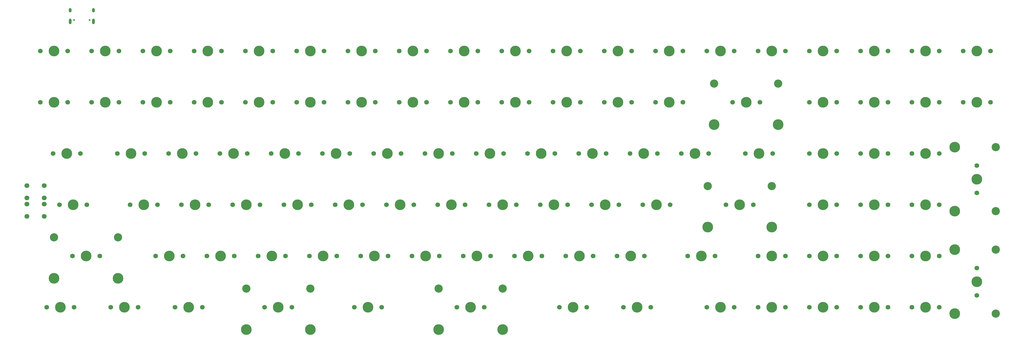
<source format=gts>
G04 #@! TF.GenerationSoftware,KiCad,Pcbnew,(5.1.4)-1*
G04 #@! TF.CreationDate,2020-08-05T23:23:59-07:00*
G04 #@! TF.ProjectId,v1PCB,76315043-422e-46b6-9963-61645f706362,rev?*
G04 #@! TF.SameCoordinates,Original*
G04 #@! TF.FileFunction,Soldermask,Top*
G04 #@! TF.FilePolarity,Negative*
%FSLAX46Y46*%
G04 Gerber Fmt 4.6, Leading zero omitted, Abs format (unit mm)*
G04 Created by KiCad (PCBNEW (5.1.4)-1) date 2020-08-05 23:23:59*
%MOMM*%
%LPD*%
G04 APERTURE LIST*
%ADD10C,3.987800*%
%ADD11C,1.750000*%
%ADD12C,3.048000*%
%ADD13C,0.650000*%
%ADD14O,1.000000X2.100000*%
%ADD15O,1.000000X1.600000*%
%ADD16C,1.800000*%
G04 APERTURE END LIST*
D10*
X278606250Y-211582000D03*
D11*
X273526250Y-211582000D03*
X283686250Y-211582000D03*
D12*
X266700000Y-204597000D03*
X290512500Y-204597000D03*
D10*
X266700000Y-219837000D03*
X290512500Y-219837000D03*
X123825000Y-116332000D03*
D11*
X118745000Y-116332000D03*
X128905000Y-116332000D03*
D13*
X137033750Y-104802000D03*
X131253750Y-104802000D03*
D14*
X129823750Y-105332000D03*
X138463750Y-105332000D03*
D15*
X129823750Y-101152000D03*
X138463750Y-101152000D03*
D10*
X135731250Y-192532000D03*
D11*
X130651250Y-192532000D03*
X140811250Y-192532000D03*
D12*
X123825000Y-185547000D03*
X147637500Y-185547000D03*
D10*
X123825000Y-200787000D03*
X147637500Y-200787000D03*
X447675000Y-211582000D03*
D11*
X442595000Y-211582000D03*
X452755000Y-211582000D03*
D10*
X447675000Y-192532000D03*
D11*
X442595000Y-192532000D03*
X452755000Y-192532000D03*
D16*
X113717000Y-177764000D03*
X120217000Y-173264000D03*
X113717000Y-173264000D03*
X120217000Y-177764000D03*
D10*
X316706250Y-211582000D03*
D11*
X311626250Y-211582000D03*
X321786250Y-211582000D03*
D10*
X142875000Y-116332000D03*
D11*
X137795000Y-116332000D03*
X147955000Y-116332000D03*
D10*
X466725000Y-202057000D03*
D11*
X466725000Y-196977000D03*
X466725000Y-207137000D03*
D12*
X473710000Y-190150750D03*
X473710000Y-213963250D03*
D10*
X458470000Y-190150750D03*
X458470000Y-213963250D03*
X466725000Y-163957000D03*
D11*
X466725000Y-158877000D03*
X466725000Y-169037000D03*
D12*
X473710000Y-152050750D03*
X473710000Y-175863250D03*
D10*
X458470000Y-152050750D03*
X458470000Y-175863250D03*
X207168750Y-211582000D03*
D11*
X202088750Y-211582000D03*
X212248750Y-211582000D03*
D12*
X195262500Y-204597000D03*
X219075000Y-204597000D03*
D10*
X195262500Y-219837000D03*
X219075000Y-219837000D03*
X364331250Y-192532000D03*
D11*
X359251250Y-192532000D03*
X369411250Y-192532000D03*
D10*
X378618750Y-173482000D03*
D11*
X373538750Y-173482000D03*
X383698750Y-173482000D03*
D12*
X366712500Y-166497000D03*
X390525000Y-166497000D03*
D10*
X366712500Y-181737000D03*
X390525000Y-181737000D03*
X381000000Y-135382000D03*
D11*
X375920000Y-135382000D03*
X386080000Y-135382000D03*
D12*
X369093750Y-128397000D03*
X392906250Y-128397000D03*
D10*
X369093750Y-143637000D03*
X392906250Y-143637000D03*
X319087500Y-192532000D03*
D11*
X314007500Y-192532000D03*
X324167500Y-192532000D03*
D10*
X300037500Y-192532000D03*
D11*
X294957500Y-192532000D03*
X305117500Y-192532000D03*
D10*
X166687500Y-192532000D03*
D11*
X161607500Y-192532000D03*
X171767500Y-192532000D03*
D10*
X238125000Y-116332000D03*
D11*
X233045000Y-116332000D03*
X243205000Y-116332000D03*
D10*
X180975000Y-116332000D03*
D11*
X175895000Y-116332000D03*
X186055000Y-116332000D03*
D10*
X390525000Y-192532000D03*
D11*
X385445000Y-192532000D03*
X395605000Y-192532000D03*
D10*
X171450000Y-154432000D03*
D11*
X166370000Y-154432000D03*
X176530000Y-154432000D03*
D10*
X409575000Y-154432000D03*
D11*
X404495000Y-154432000D03*
X414655000Y-154432000D03*
D10*
X428625000Y-211582000D03*
D11*
X423545000Y-211582000D03*
X433705000Y-211582000D03*
D10*
X409575000Y-211582000D03*
D11*
X404495000Y-211582000D03*
X414655000Y-211582000D03*
D10*
X390525000Y-211582000D03*
D11*
X385445000Y-211582000D03*
X395605000Y-211582000D03*
D10*
X371475000Y-211582000D03*
D11*
X366395000Y-211582000D03*
X376555000Y-211582000D03*
D10*
X340518750Y-211582000D03*
D11*
X335438750Y-211582000D03*
X345598750Y-211582000D03*
D10*
X240506250Y-211582000D03*
D11*
X235426250Y-211582000D03*
X245586250Y-211582000D03*
D10*
X173831250Y-211582000D03*
D11*
X168751250Y-211582000D03*
X178911250Y-211582000D03*
D10*
X150018750Y-211582000D03*
D11*
X144938750Y-211582000D03*
X155098750Y-211582000D03*
D10*
X126206250Y-211582000D03*
D11*
X121126250Y-211582000D03*
X131286250Y-211582000D03*
D10*
X428625000Y-192532000D03*
D11*
X423545000Y-192532000D03*
X433705000Y-192532000D03*
D10*
X409575000Y-192532000D03*
D11*
X404495000Y-192532000D03*
X414655000Y-192532000D03*
D10*
X338137500Y-192532000D03*
D11*
X333057500Y-192532000D03*
X343217500Y-192532000D03*
D10*
X280987500Y-192532000D03*
D11*
X275907500Y-192532000D03*
X286067500Y-192532000D03*
D10*
X261937500Y-192532000D03*
D11*
X256857500Y-192532000D03*
X267017500Y-192532000D03*
D10*
X242887500Y-192532000D03*
D11*
X237807500Y-192532000D03*
X247967500Y-192532000D03*
D10*
X223837500Y-192532000D03*
D11*
X218757500Y-192532000D03*
X228917500Y-192532000D03*
D10*
X204787500Y-192532000D03*
D11*
X199707500Y-192532000D03*
X209867500Y-192532000D03*
D10*
X185737500Y-192532000D03*
D11*
X180657500Y-192532000D03*
X190817500Y-192532000D03*
D10*
X447675000Y-173482000D03*
D11*
X442595000Y-173482000D03*
X452755000Y-173482000D03*
D10*
X428625000Y-173482000D03*
D11*
X423545000Y-173482000D03*
X433705000Y-173482000D03*
D10*
X409575000Y-173482000D03*
D11*
X404495000Y-173482000D03*
X414655000Y-173482000D03*
D10*
X347662500Y-173482000D03*
D11*
X342582500Y-173482000D03*
X352742500Y-173482000D03*
D10*
X328612500Y-173482000D03*
D11*
X323532500Y-173482000D03*
X333692500Y-173482000D03*
D10*
X309562500Y-173482000D03*
D11*
X304482500Y-173482000D03*
X314642500Y-173482000D03*
D10*
X290512500Y-173482000D03*
D11*
X285432500Y-173482000D03*
X295592500Y-173482000D03*
D10*
X271462500Y-173482000D03*
D11*
X266382500Y-173482000D03*
X276542500Y-173482000D03*
D10*
X252412500Y-173482000D03*
D11*
X247332500Y-173482000D03*
X257492500Y-173482000D03*
D10*
X233362500Y-173482000D03*
D11*
X228282500Y-173482000D03*
X238442500Y-173482000D03*
D10*
X214312500Y-173482000D03*
D11*
X209232500Y-173482000D03*
X219392500Y-173482000D03*
D10*
X195262500Y-173482000D03*
D11*
X190182500Y-173482000D03*
X200342500Y-173482000D03*
D10*
X176212500Y-173482000D03*
D11*
X171132500Y-173482000D03*
X181292500Y-173482000D03*
D10*
X157162500Y-173482000D03*
D11*
X152082500Y-173482000D03*
X162242500Y-173482000D03*
D10*
X130968750Y-173482000D03*
D11*
X125888750Y-173482000D03*
X136048750Y-173482000D03*
D10*
X447675000Y-154432000D03*
D11*
X442595000Y-154432000D03*
X452755000Y-154432000D03*
D10*
X428625000Y-154432000D03*
D11*
X423545000Y-154432000D03*
X433705000Y-154432000D03*
D10*
X385762500Y-154432000D03*
D11*
X380682500Y-154432000D03*
X390842500Y-154432000D03*
D10*
X361950000Y-154432000D03*
D11*
X356870000Y-154432000D03*
X367030000Y-154432000D03*
D10*
X342900000Y-154432000D03*
D11*
X337820000Y-154432000D03*
X347980000Y-154432000D03*
D10*
X323850000Y-154432000D03*
D11*
X318770000Y-154432000D03*
X328930000Y-154432000D03*
D10*
X304800000Y-154432000D03*
D11*
X299720000Y-154432000D03*
X309880000Y-154432000D03*
D10*
X285750000Y-154432000D03*
D11*
X280670000Y-154432000D03*
X290830000Y-154432000D03*
D10*
X266700000Y-154432000D03*
D11*
X261620000Y-154432000D03*
X271780000Y-154432000D03*
D10*
X247650000Y-154432000D03*
D11*
X242570000Y-154432000D03*
X252730000Y-154432000D03*
D10*
X228600000Y-154432000D03*
D11*
X223520000Y-154432000D03*
X233680000Y-154432000D03*
D10*
X209550000Y-154432000D03*
D11*
X204470000Y-154432000D03*
X214630000Y-154432000D03*
D10*
X190500000Y-154432000D03*
D11*
X185420000Y-154432000D03*
X195580000Y-154432000D03*
D10*
X152400000Y-154432000D03*
D11*
X147320000Y-154432000D03*
X157480000Y-154432000D03*
D10*
X128587500Y-154432000D03*
D11*
X123507500Y-154432000D03*
X133667500Y-154432000D03*
D10*
X466725000Y-135382000D03*
D11*
X461645000Y-135382000D03*
X471805000Y-135382000D03*
D10*
X447675000Y-135382000D03*
D11*
X442595000Y-135382000D03*
X452755000Y-135382000D03*
D10*
X428625000Y-135382000D03*
D11*
X423545000Y-135382000D03*
X433705000Y-135382000D03*
D10*
X409575000Y-135382000D03*
D11*
X404495000Y-135382000D03*
X414655000Y-135382000D03*
D10*
X352425000Y-135382000D03*
D11*
X347345000Y-135382000D03*
X357505000Y-135382000D03*
D10*
X333375000Y-135382000D03*
D11*
X328295000Y-135382000D03*
X338455000Y-135382000D03*
D10*
X314325000Y-135382000D03*
D11*
X309245000Y-135382000D03*
X319405000Y-135382000D03*
D10*
X295275000Y-135382000D03*
D11*
X290195000Y-135382000D03*
X300355000Y-135382000D03*
D10*
X276225000Y-135382000D03*
D11*
X271145000Y-135382000D03*
X281305000Y-135382000D03*
D10*
X257175000Y-135382000D03*
D11*
X252095000Y-135382000D03*
X262255000Y-135382000D03*
D10*
X238125000Y-135382000D03*
D11*
X233045000Y-135382000D03*
X243205000Y-135382000D03*
D10*
X219075000Y-135382000D03*
D11*
X213995000Y-135382000D03*
X224155000Y-135382000D03*
D10*
X200025000Y-135382000D03*
D11*
X194945000Y-135382000D03*
X205105000Y-135382000D03*
D10*
X180975000Y-135382000D03*
D11*
X175895000Y-135382000D03*
X186055000Y-135382000D03*
D10*
X161925000Y-135382000D03*
D11*
X156845000Y-135382000D03*
X167005000Y-135382000D03*
D10*
X142875000Y-135382000D03*
D11*
X137795000Y-135382000D03*
X147955000Y-135382000D03*
D10*
X123825000Y-135382000D03*
D11*
X118745000Y-135382000D03*
X128905000Y-135382000D03*
D10*
X466725000Y-116332000D03*
D11*
X461645000Y-116332000D03*
X471805000Y-116332000D03*
D10*
X447675000Y-116332000D03*
D11*
X442595000Y-116332000D03*
X452755000Y-116332000D03*
D10*
X428625000Y-116332000D03*
D11*
X423545000Y-116332000D03*
X433705000Y-116332000D03*
D10*
X409575000Y-116332000D03*
D11*
X404495000Y-116332000D03*
X414655000Y-116332000D03*
D10*
X390525000Y-116332000D03*
D11*
X385445000Y-116332000D03*
X395605000Y-116332000D03*
D10*
X371475000Y-116332000D03*
D11*
X366395000Y-116332000D03*
X376555000Y-116332000D03*
D10*
X352425000Y-116332000D03*
D11*
X347345000Y-116332000D03*
X357505000Y-116332000D03*
D10*
X333375000Y-116332000D03*
D11*
X328295000Y-116332000D03*
X338455000Y-116332000D03*
D10*
X314325000Y-116332000D03*
D11*
X309245000Y-116332000D03*
X319405000Y-116332000D03*
D10*
X295275000Y-116332000D03*
D11*
X290195000Y-116332000D03*
X300355000Y-116332000D03*
D10*
X276225000Y-116332000D03*
D11*
X271145000Y-116332000D03*
X281305000Y-116332000D03*
D10*
X257175000Y-116332000D03*
D11*
X252095000Y-116332000D03*
X262255000Y-116332000D03*
D10*
X219075000Y-116332000D03*
D11*
X213995000Y-116332000D03*
X224155000Y-116332000D03*
D10*
X200025000Y-116332000D03*
D11*
X194945000Y-116332000D03*
X205105000Y-116332000D03*
D10*
X161925000Y-116332000D03*
D11*
X156845000Y-116332000D03*
X167005000Y-116332000D03*
D16*
X120217000Y-166406000D03*
X113717000Y-170906000D03*
X120217000Y-170906000D03*
X113717000Y-166406000D03*
M02*

</source>
